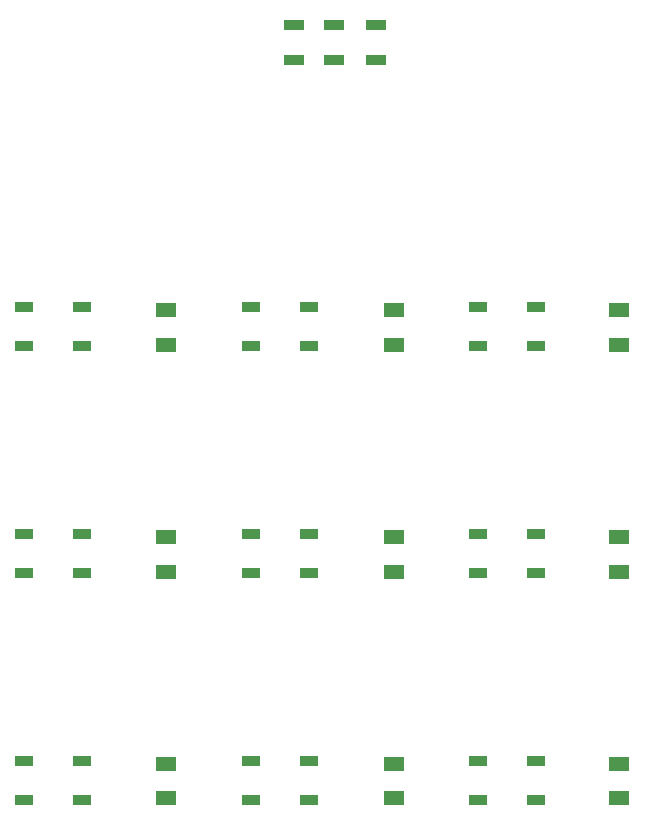
<source format=gtp>
G04*
G04 #@! TF.GenerationSoftware,Altium Limited,Altium Designer,21.5.1 (32)*
G04*
G04 Layer_Color=8421504*
%FSTAX25Y25*%
%MOIN*%
G70*
G04*
G04 #@! TF.SameCoordinates,0BFE2CC6-8836-44AC-A470-928A03FDA669*
G04*
G04*
G04 #@! TF.FilePolarity,Positive*
G04*
G01*
G75*
%ADD15R,0.06811X0.03819*%
%ADD16R,0.05906X0.03543*%
%ADD17R,0.07165X0.04567*%
D15*
X02395Y03625D02*
D03*
Y0374154D02*
D03*
X02535Y0362346D02*
D03*
Y0374D02*
D03*
X0226Y03625D02*
D03*
Y0374154D02*
D03*
D16*
X0306661Y0115804D02*
D03*
Y0128796D02*
D03*
X0287369Y0115804D02*
D03*
Y0128796D02*
D03*
X0211769D02*
D03*
Y0115804D02*
D03*
X0231061Y0128796D02*
D03*
Y0115804D02*
D03*
X0155461D02*
D03*
Y0128796D02*
D03*
X0136169Y0115804D02*
D03*
Y0128796D02*
D03*
X0287369Y0204396D02*
D03*
Y0191404D02*
D03*
X0306661Y0204396D02*
D03*
Y0191404D02*
D03*
X0231061D02*
D03*
Y0204396D02*
D03*
X0211769Y0191404D02*
D03*
Y0204396D02*
D03*
X0136169D02*
D03*
Y0191404D02*
D03*
X0155461Y0204396D02*
D03*
Y0191404D02*
D03*
X0306661Y0267004D02*
D03*
Y0279996D02*
D03*
X0287369Y0267004D02*
D03*
Y0279996D02*
D03*
X0211769D02*
D03*
Y0267004D02*
D03*
X0231061Y0279996D02*
D03*
Y0267004D02*
D03*
X0155461D02*
D03*
Y0279996D02*
D03*
X0136169Y0267004D02*
D03*
Y0279996D02*
D03*
D17*
X03345Y0116316D02*
D03*
Y012793D02*
D03*
X02595Y0116316D02*
D03*
Y012793D02*
D03*
X01835Y0116316D02*
D03*
Y012793D02*
D03*
X03345Y0191916D02*
D03*
Y020353D02*
D03*
X02595Y0191916D02*
D03*
Y020353D02*
D03*
X01835Y0191916D02*
D03*
Y020353D02*
D03*
X03345Y0267516D02*
D03*
Y027913D02*
D03*
X02595Y0267516D02*
D03*
Y027913D02*
D03*
X01835Y0267516D02*
D03*
Y027913D02*
D03*
M02*

</source>
